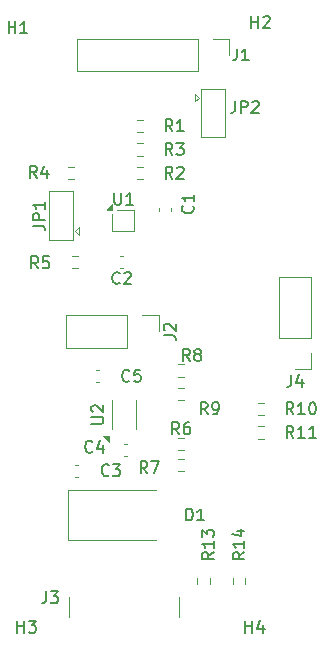
<source format=gbr>
%TF.GenerationSoftware,KiCad,Pcbnew,9.0.3*%
%TF.CreationDate,2025-08-03T17:59:23+05:30*%
%TF.ProjectId,BatteryCharger_FuelGauge_Breakout_Board,42617474-6572-4794-9368-61726765725f,rev?*%
%TF.SameCoordinates,Original*%
%TF.FileFunction,Legend,Top*%
%TF.FilePolarity,Positive*%
%FSLAX46Y46*%
G04 Gerber Fmt 4.6, Leading zero omitted, Abs format (unit mm)*
G04 Created by KiCad (PCBNEW 9.0.3) date 2025-08-03 17:59:23*
%MOMM*%
%LPD*%
G01*
G04 APERTURE LIST*
%ADD10C,0.150000*%
%ADD11C,0.120000*%
G04 APERTURE END LIST*
D10*
X146867319Y-125642857D02*
X146391128Y-125976190D01*
X146867319Y-126214285D02*
X145867319Y-126214285D01*
X145867319Y-126214285D02*
X145867319Y-125833333D01*
X145867319Y-125833333D02*
X145914938Y-125738095D01*
X145914938Y-125738095D02*
X145962557Y-125690476D01*
X145962557Y-125690476D02*
X146057795Y-125642857D01*
X146057795Y-125642857D02*
X146200652Y-125642857D01*
X146200652Y-125642857D02*
X146295890Y-125690476D01*
X146295890Y-125690476D02*
X146343509Y-125738095D01*
X146343509Y-125738095D02*
X146391128Y-125833333D01*
X146391128Y-125833333D02*
X146391128Y-126214285D01*
X146867319Y-124690476D02*
X146867319Y-125261904D01*
X146867319Y-124976190D02*
X145867319Y-124976190D01*
X145867319Y-124976190D02*
X146010176Y-125071428D01*
X146010176Y-125071428D02*
X146105414Y-125166666D01*
X146105414Y-125166666D02*
X146153033Y-125261904D01*
X145867319Y-124357142D02*
X145867319Y-123738095D01*
X145867319Y-123738095D02*
X146248271Y-124071428D01*
X146248271Y-124071428D02*
X146248271Y-123928571D01*
X146248271Y-123928571D02*
X146295890Y-123833333D01*
X146295890Y-123833333D02*
X146343509Y-123785714D01*
X146343509Y-123785714D02*
X146438747Y-123738095D01*
X146438747Y-123738095D02*
X146676842Y-123738095D01*
X146676842Y-123738095D02*
X146772080Y-123785714D01*
X146772080Y-123785714D02*
X146819700Y-123833333D01*
X146819700Y-123833333D02*
X146867319Y-123928571D01*
X146867319Y-123928571D02*
X146867319Y-124214285D01*
X146867319Y-124214285D02*
X146819700Y-124309523D01*
X146819700Y-124309523D02*
X146772080Y-124357142D01*
X148826666Y-83004819D02*
X148826666Y-83719104D01*
X148826666Y-83719104D02*
X148779047Y-83861961D01*
X148779047Y-83861961D02*
X148683809Y-83957200D01*
X148683809Y-83957200D02*
X148540952Y-84004819D01*
X148540952Y-84004819D02*
X148445714Y-84004819D01*
X149826666Y-84004819D02*
X149255238Y-84004819D01*
X149540952Y-84004819D02*
X149540952Y-83004819D01*
X149540952Y-83004819D02*
X149445714Y-83147676D01*
X149445714Y-83147676D02*
X149350476Y-83242914D01*
X149350476Y-83242914D02*
X149255238Y-83290533D01*
X143358333Y-90004819D02*
X143025000Y-89528628D01*
X142786905Y-90004819D02*
X142786905Y-89004819D01*
X142786905Y-89004819D02*
X143167857Y-89004819D01*
X143167857Y-89004819D02*
X143263095Y-89052438D01*
X143263095Y-89052438D02*
X143310714Y-89100057D01*
X143310714Y-89100057D02*
X143358333Y-89195295D01*
X143358333Y-89195295D02*
X143358333Y-89338152D01*
X143358333Y-89338152D02*
X143310714Y-89433390D01*
X143310714Y-89433390D02*
X143263095Y-89481009D01*
X143263095Y-89481009D02*
X143167857Y-89528628D01*
X143167857Y-89528628D02*
X142786905Y-89528628D01*
X144310714Y-90004819D02*
X143739286Y-90004819D01*
X144025000Y-90004819D02*
X144025000Y-89004819D01*
X144025000Y-89004819D02*
X143929762Y-89147676D01*
X143929762Y-89147676D02*
X143834524Y-89242914D01*
X143834524Y-89242914D02*
X143739286Y-89290533D01*
X148666666Y-87454819D02*
X148666666Y-88169104D01*
X148666666Y-88169104D02*
X148619047Y-88311961D01*
X148619047Y-88311961D02*
X148523809Y-88407200D01*
X148523809Y-88407200D02*
X148380952Y-88454819D01*
X148380952Y-88454819D02*
X148285714Y-88454819D01*
X149142857Y-88454819D02*
X149142857Y-87454819D01*
X149142857Y-87454819D02*
X149523809Y-87454819D01*
X149523809Y-87454819D02*
X149619047Y-87502438D01*
X149619047Y-87502438D02*
X149666666Y-87550057D01*
X149666666Y-87550057D02*
X149714285Y-87645295D01*
X149714285Y-87645295D02*
X149714285Y-87788152D01*
X149714285Y-87788152D02*
X149666666Y-87883390D01*
X149666666Y-87883390D02*
X149619047Y-87931009D01*
X149619047Y-87931009D02*
X149523809Y-87978628D01*
X149523809Y-87978628D02*
X149142857Y-87978628D01*
X150095238Y-87550057D02*
X150142857Y-87502438D01*
X150142857Y-87502438D02*
X150238095Y-87454819D01*
X150238095Y-87454819D02*
X150476190Y-87454819D01*
X150476190Y-87454819D02*
X150571428Y-87502438D01*
X150571428Y-87502438D02*
X150619047Y-87550057D01*
X150619047Y-87550057D02*
X150666666Y-87645295D01*
X150666666Y-87645295D02*
X150666666Y-87740533D01*
X150666666Y-87740533D02*
X150619047Y-87883390D01*
X150619047Y-87883390D02*
X150047619Y-88454819D01*
X150047619Y-88454819D02*
X150666666Y-88454819D01*
X149538095Y-132454819D02*
X149538095Y-131454819D01*
X149538095Y-131931009D02*
X150109523Y-131931009D01*
X150109523Y-132454819D02*
X150109523Y-131454819D01*
X151014285Y-131788152D02*
X151014285Y-132454819D01*
X150776190Y-131407200D02*
X150538095Y-132121485D01*
X150538095Y-132121485D02*
X151157142Y-132121485D01*
X131883333Y-93954819D02*
X131550000Y-93478628D01*
X131311905Y-93954819D02*
X131311905Y-92954819D01*
X131311905Y-92954819D02*
X131692857Y-92954819D01*
X131692857Y-92954819D02*
X131788095Y-93002438D01*
X131788095Y-93002438D02*
X131835714Y-93050057D01*
X131835714Y-93050057D02*
X131883333Y-93145295D01*
X131883333Y-93145295D02*
X131883333Y-93288152D01*
X131883333Y-93288152D02*
X131835714Y-93383390D01*
X131835714Y-93383390D02*
X131788095Y-93431009D01*
X131788095Y-93431009D02*
X131692857Y-93478628D01*
X131692857Y-93478628D02*
X131311905Y-93478628D01*
X132740476Y-93288152D02*
X132740476Y-93954819D01*
X132502381Y-92907200D02*
X132264286Y-93621485D01*
X132264286Y-93621485D02*
X132883333Y-93621485D01*
X137970833Y-119109580D02*
X137923214Y-119157200D01*
X137923214Y-119157200D02*
X137780357Y-119204819D01*
X137780357Y-119204819D02*
X137685119Y-119204819D01*
X137685119Y-119204819D02*
X137542262Y-119157200D01*
X137542262Y-119157200D02*
X137447024Y-119061961D01*
X137447024Y-119061961D02*
X137399405Y-118966723D01*
X137399405Y-118966723D02*
X137351786Y-118776247D01*
X137351786Y-118776247D02*
X137351786Y-118633390D01*
X137351786Y-118633390D02*
X137399405Y-118442914D01*
X137399405Y-118442914D02*
X137447024Y-118347676D01*
X137447024Y-118347676D02*
X137542262Y-118252438D01*
X137542262Y-118252438D02*
X137685119Y-118204819D01*
X137685119Y-118204819D02*
X137780357Y-118204819D01*
X137780357Y-118204819D02*
X137923214Y-118252438D01*
X137923214Y-118252438D02*
X137970833Y-118300057D01*
X138304167Y-118204819D02*
X138923214Y-118204819D01*
X138923214Y-118204819D02*
X138589881Y-118585771D01*
X138589881Y-118585771D02*
X138732738Y-118585771D01*
X138732738Y-118585771D02*
X138827976Y-118633390D01*
X138827976Y-118633390D02*
X138875595Y-118681009D01*
X138875595Y-118681009D02*
X138923214Y-118776247D01*
X138923214Y-118776247D02*
X138923214Y-119014342D01*
X138923214Y-119014342D02*
X138875595Y-119109580D01*
X138875595Y-119109580D02*
X138827976Y-119157200D01*
X138827976Y-119157200D02*
X138732738Y-119204819D01*
X138732738Y-119204819D02*
X138447024Y-119204819D01*
X138447024Y-119204819D02*
X138351786Y-119157200D01*
X138351786Y-119157200D02*
X138304167Y-119109580D01*
X149454819Y-125642857D02*
X148978628Y-125976190D01*
X149454819Y-126214285D02*
X148454819Y-126214285D01*
X148454819Y-126214285D02*
X148454819Y-125833333D01*
X148454819Y-125833333D02*
X148502438Y-125738095D01*
X148502438Y-125738095D02*
X148550057Y-125690476D01*
X148550057Y-125690476D02*
X148645295Y-125642857D01*
X148645295Y-125642857D02*
X148788152Y-125642857D01*
X148788152Y-125642857D02*
X148883390Y-125690476D01*
X148883390Y-125690476D02*
X148931009Y-125738095D01*
X148931009Y-125738095D02*
X148978628Y-125833333D01*
X148978628Y-125833333D02*
X148978628Y-126214285D01*
X149454819Y-124690476D02*
X149454819Y-125261904D01*
X149454819Y-124976190D02*
X148454819Y-124976190D01*
X148454819Y-124976190D02*
X148597676Y-125071428D01*
X148597676Y-125071428D02*
X148692914Y-125166666D01*
X148692914Y-125166666D02*
X148740533Y-125261904D01*
X148788152Y-123833333D02*
X149454819Y-123833333D01*
X148407200Y-124071428D02*
X149121485Y-124309523D01*
X149121485Y-124309523D02*
X149121485Y-123690476D01*
X145059580Y-96316666D02*
X145107200Y-96364285D01*
X145107200Y-96364285D02*
X145154819Y-96507142D01*
X145154819Y-96507142D02*
X145154819Y-96602380D01*
X145154819Y-96602380D02*
X145107200Y-96745237D01*
X145107200Y-96745237D02*
X145011961Y-96840475D01*
X145011961Y-96840475D02*
X144916723Y-96888094D01*
X144916723Y-96888094D02*
X144726247Y-96935713D01*
X144726247Y-96935713D02*
X144583390Y-96935713D01*
X144583390Y-96935713D02*
X144392914Y-96888094D01*
X144392914Y-96888094D02*
X144297676Y-96840475D01*
X144297676Y-96840475D02*
X144202438Y-96745237D01*
X144202438Y-96745237D02*
X144154819Y-96602380D01*
X144154819Y-96602380D02*
X144154819Y-96507142D01*
X144154819Y-96507142D02*
X144202438Y-96364285D01*
X144202438Y-96364285D02*
X144250057Y-96316666D01*
X145154819Y-95364285D02*
X145154819Y-95935713D01*
X145154819Y-95649999D02*
X144154819Y-95649999D01*
X144154819Y-95649999D02*
X144297676Y-95745237D01*
X144297676Y-95745237D02*
X144392914Y-95840475D01*
X144392914Y-95840475D02*
X144440533Y-95935713D01*
X131983333Y-101604819D02*
X131650000Y-101128628D01*
X131411905Y-101604819D02*
X131411905Y-100604819D01*
X131411905Y-100604819D02*
X131792857Y-100604819D01*
X131792857Y-100604819D02*
X131888095Y-100652438D01*
X131888095Y-100652438D02*
X131935714Y-100700057D01*
X131935714Y-100700057D02*
X131983333Y-100795295D01*
X131983333Y-100795295D02*
X131983333Y-100938152D01*
X131983333Y-100938152D02*
X131935714Y-101033390D01*
X131935714Y-101033390D02*
X131888095Y-101081009D01*
X131888095Y-101081009D02*
X131792857Y-101128628D01*
X131792857Y-101128628D02*
X131411905Y-101128628D01*
X132888095Y-100604819D02*
X132411905Y-100604819D01*
X132411905Y-100604819D02*
X132364286Y-101081009D01*
X132364286Y-101081009D02*
X132411905Y-101033390D01*
X132411905Y-101033390D02*
X132507143Y-100985771D01*
X132507143Y-100985771D02*
X132745238Y-100985771D01*
X132745238Y-100985771D02*
X132840476Y-101033390D01*
X132840476Y-101033390D02*
X132888095Y-101081009D01*
X132888095Y-101081009D02*
X132935714Y-101176247D01*
X132935714Y-101176247D02*
X132935714Y-101414342D01*
X132935714Y-101414342D02*
X132888095Y-101509580D01*
X132888095Y-101509580D02*
X132840476Y-101557200D01*
X132840476Y-101557200D02*
X132745238Y-101604819D01*
X132745238Y-101604819D02*
X132507143Y-101604819D01*
X132507143Y-101604819D02*
X132411905Y-101557200D01*
X132411905Y-101557200D02*
X132364286Y-101509580D01*
X132666666Y-128954819D02*
X132666666Y-129669104D01*
X132666666Y-129669104D02*
X132619047Y-129811961D01*
X132619047Y-129811961D02*
X132523809Y-129907200D01*
X132523809Y-129907200D02*
X132380952Y-129954819D01*
X132380952Y-129954819D02*
X132285714Y-129954819D01*
X133047619Y-128954819D02*
X133666666Y-128954819D01*
X133666666Y-128954819D02*
X133333333Y-129335771D01*
X133333333Y-129335771D02*
X133476190Y-129335771D01*
X133476190Y-129335771D02*
X133571428Y-129383390D01*
X133571428Y-129383390D02*
X133619047Y-129431009D01*
X133619047Y-129431009D02*
X133666666Y-129526247D01*
X133666666Y-129526247D02*
X133666666Y-129764342D01*
X133666666Y-129764342D02*
X133619047Y-129859580D01*
X133619047Y-129859580D02*
X133571428Y-129907200D01*
X133571428Y-129907200D02*
X133476190Y-129954819D01*
X133476190Y-129954819D02*
X133190476Y-129954819D01*
X133190476Y-129954819D02*
X133095238Y-129907200D01*
X133095238Y-129907200D02*
X133047619Y-129859580D01*
X153607142Y-115954819D02*
X153273809Y-115478628D01*
X153035714Y-115954819D02*
X153035714Y-114954819D01*
X153035714Y-114954819D02*
X153416666Y-114954819D01*
X153416666Y-114954819D02*
X153511904Y-115002438D01*
X153511904Y-115002438D02*
X153559523Y-115050057D01*
X153559523Y-115050057D02*
X153607142Y-115145295D01*
X153607142Y-115145295D02*
X153607142Y-115288152D01*
X153607142Y-115288152D02*
X153559523Y-115383390D01*
X153559523Y-115383390D02*
X153511904Y-115431009D01*
X153511904Y-115431009D02*
X153416666Y-115478628D01*
X153416666Y-115478628D02*
X153035714Y-115478628D01*
X154559523Y-115954819D02*
X153988095Y-115954819D01*
X154273809Y-115954819D02*
X154273809Y-114954819D01*
X154273809Y-114954819D02*
X154178571Y-115097676D01*
X154178571Y-115097676D02*
X154083333Y-115192914D01*
X154083333Y-115192914D02*
X153988095Y-115240533D01*
X155511904Y-115954819D02*
X154940476Y-115954819D01*
X155226190Y-115954819D02*
X155226190Y-114954819D01*
X155226190Y-114954819D02*
X155130952Y-115097676D01*
X155130952Y-115097676D02*
X155035714Y-115192914D01*
X155035714Y-115192914D02*
X154940476Y-115240533D01*
X130238095Y-132454819D02*
X130238095Y-131454819D01*
X130238095Y-131931009D02*
X130809523Y-131931009D01*
X130809523Y-132454819D02*
X130809523Y-131454819D01*
X131190476Y-131454819D02*
X131809523Y-131454819D01*
X131809523Y-131454819D02*
X131476190Y-131835771D01*
X131476190Y-131835771D02*
X131619047Y-131835771D01*
X131619047Y-131835771D02*
X131714285Y-131883390D01*
X131714285Y-131883390D02*
X131761904Y-131931009D01*
X131761904Y-131931009D02*
X131809523Y-132026247D01*
X131809523Y-132026247D02*
X131809523Y-132264342D01*
X131809523Y-132264342D02*
X131761904Y-132359580D01*
X131761904Y-132359580D02*
X131714285Y-132407200D01*
X131714285Y-132407200D02*
X131619047Y-132454819D01*
X131619047Y-132454819D02*
X131333333Y-132454819D01*
X131333333Y-132454819D02*
X131238095Y-132407200D01*
X131238095Y-132407200D02*
X131190476Y-132359580D01*
X143933333Y-115654819D02*
X143600000Y-115178628D01*
X143361905Y-115654819D02*
X143361905Y-114654819D01*
X143361905Y-114654819D02*
X143742857Y-114654819D01*
X143742857Y-114654819D02*
X143838095Y-114702438D01*
X143838095Y-114702438D02*
X143885714Y-114750057D01*
X143885714Y-114750057D02*
X143933333Y-114845295D01*
X143933333Y-114845295D02*
X143933333Y-114988152D01*
X143933333Y-114988152D02*
X143885714Y-115083390D01*
X143885714Y-115083390D02*
X143838095Y-115131009D01*
X143838095Y-115131009D02*
X143742857Y-115178628D01*
X143742857Y-115178628D02*
X143361905Y-115178628D01*
X144790476Y-114654819D02*
X144600000Y-114654819D01*
X144600000Y-114654819D02*
X144504762Y-114702438D01*
X144504762Y-114702438D02*
X144457143Y-114750057D01*
X144457143Y-114750057D02*
X144361905Y-114892914D01*
X144361905Y-114892914D02*
X144314286Y-115083390D01*
X144314286Y-115083390D02*
X144314286Y-115464342D01*
X144314286Y-115464342D02*
X144361905Y-115559580D01*
X144361905Y-115559580D02*
X144409524Y-115607200D01*
X144409524Y-115607200D02*
X144504762Y-115654819D01*
X144504762Y-115654819D02*
X144695238Y-115654819D01*
X144695238Y-115654819D02*
X144790476Y-115607200D01*
X144790476Y-115607200D02*
X144838095Y-115559580D01*
X144838095Y-115559580D02*
X144885714Y-115464342D01*
X144885714Y-115464342D02*
X144885714Y-115226247D01*
X144885714Y-115226247D02*
X144838095Y-115131009D01*
X144838095Y-115131009D02*
X144790476Y-115083390D01*
X144790476Y-115083390D02*
X144695238Y-115035771D01*
X144695238Y-115035771D02*
X144504762Y-115035771D01*
X144504762Y-115035771D02*
X144409524Y-115083390D01*
X144409524Y-115083390D02*
X144361905Y-115131009D01*
X144361905Y-115131009D02*
X144314286Y-115226247D01*
X131562319Y-97983333D02*
X132276604Y-97983333D01*
X132276604Y-97983333D02*
X132419461Y-98030952D01*
X132419461Y-98030952D02*
X132514700Y-98126190D01*
X132514700Y-98126190D02*
X132562319Y-98269047D01*
X132562319Y-98269047D02*
X132562319Y-98364285D01*
X132562319Y-97507142D02*
X131562319Y-97507142D01*
X131562319Y-97507142D02*
X131562319Y-97126190D01*
X131562319Y-97126190D02*
X131609938Y-97030952D01*
X131609938Y-97030952D02*
X131657557Y-96983333D01*
X131657557Y-96983333D02*
X131752795Y-96935714D01*
X131752795Y-96935714D02*
X131895652Y-96935714D01*
X131895652Y-96935714D02*
X131990890Y-96983333D01*
X131990890Y-96983333D02*
X132038509Y-97030952D01*
X132038509Y-97030952D02*
X132086128Y-97126190D01*
X132086128Y-97126190D02*
X132086128Y-97507142D01*
X132562319Y-95983333D02*
X132562319Y-96554761D01*
X132562319Y-96269047D02*
X131562319Y-96269047D01*
X131562319Y-96269047D02*
X131705176Y-96364285D01*
X131705176Y-96364285D02*
X131800414Y-96459523D01*
X131800414Y-96459523D02*
X131848033Y-96554761D01*
X129488095Y-81704819D02*
X129488095Y-80704819D01*
X129488095Y-81181009D02*
X130059523Y-81181009D01*
X130059523Y-81704819D02*
X130059523Y-80704819D01*
X131059523Y-81704819D02*
X130488095Y-81704819D01*
X130773809Y-81704819D02*
X130773809Y-80704819D01*
X130773809Y-80704819D02*
X130678571Y-80847676D01*
X130678571Y-80847676D02*
X130583333Y-80942914D01*
X130583333Y-80942914D02*
X130488095Y-80990533D01*
X144511905Y-122954819D02*
X144511905Y-121954819D01*
X144511905Y-121954819D02*
X144750000Y-121954819D01*
X144750000Y-121954819D02*
X144892857Y-122002438D01*
X144892857Y-122002438D02*
X144988095Y-122097676D01*
X144988095Y-122097676D02*
X145035714Y-122192914D01*
X145035714Y-122192914D02*
X145083333Y-122383390D01*
X145083333Y-122383390D02*
X145083333Y-122526247D01*
X145083333Y-122526247D02*
X145035714Y-122716723D01*
X145035714Y-122716723D02*
X144988095Y-122811961D01*
X144988095Y-122811961D02*
X144892857Y-122907200D01*
X144892857Y-122907200D02*
X144750000Y-122954819D01*
X144750000Y-122954819D02*
X144511905Y-122954819D01*
X146035714Y-122954819D02*
X145464286Y-122954819D01*
X145750000Y-122954819D02*
X145750000Y-121954819D01*
X145750000Y-121954819D02*
X145654762Y-122097676D01*
X145654762Y-122097676D02*
X145559524Y-122192914D01*
X145559524Y-122192914D02*
X145464286Y-122240533D01*
X153607142Y-113954819D02*
X153273809Y-113478628D01*
X153035714Y-113954819D02*
X153035714Y-112954819D01*
X153035714Y-112954819D02*
X153416666Y-112954819D01*
X153416666Y-112954819D02*
X153511904Y-113002438D01*
X153511904Y-113002438D02*
X153559523Y-113050057D01*
X153559523Y-113050057D02*
X153607142Y-113145295D01*
X153607142Y-113145295D02*
X153607142Y-113288152D01*
X153607142Y-113288152D02*
X153559523Y-113383390D01*
X153559523Y-113383390D02*
X153511904Y-113431009D01*
X153511904Y-113431009D02*
X153416666Y-113478628D01*
X153416666Y-113478628D02*
X153035714Y-113478628D01*
X154559523Y-113954819D02*
X153988095Y-113954819D01*
X154273809Y-113954819D02*
X154273809Y-112954819D01*
X154273809Y-112954819D02*
X154178571Y-113097676D01*
X154178571Y-113097676D02*
X154083333Y-113192914D01*
X154083333Y-113192914D02*
X153988095Y-113240533D01*
X155178571Y-112954819D02*
X155273809Y-112954819D01*
X155273809Y-112954819D02*
X155369047Y-113002438D01*
X155369047Y-113002438D02*
X155416666Y-113050057D01*
X155416666Y-113050057D02*
X155464285Y-113145295D01*
X155464285Y-113145295D02*
X155511904Y-113335771D01*
X155511904Y-113335771D02*
X155511904Y-113573866D01*
X155511904Y-113573866D02*
X155464285Y-113764342D01*
X155464285Y-113764342D02*
X155416666Y-113859580D01*
X155416666Y-113859580D02*
X155369047Y-113907200D01*
X155369047Y-113907200D02*
X155273809Y-113954819D01*
X155273809Y-113954819D02*
X155178571Y-113954819D01*
X155178571Y-113954819D02*
X155083333Y-113907200D01*
X155083333Y-113907200D02*
X155035714Y-113859580D01*
X155035714Y-113859580D02*
X154988095Y-113764342D01*
X154988095Y-113764342D02*
X154940476Y-113573866D01*
X154940476Y-113573866D02*
X154940476Y-113335771D01*
X154940476Y-113335771D02*
X154988095Y-113145295D01*
X154988095Y-113145295D02*
X155035714Y-113050057D01*
X155035714Y-113050057D02*
X155083333Y-113002438D01*
X155083333Y-113002438D02*
X155178571Y-112954819D01*
X153416666Y-110624819D02*
X153416666Y-111339104D01*
X153416666Y-111339104D02*
X153369047Y-111481961D01*
X153369047Y-111481961D02*
X153273809Y-111577200D01*
X153273809Y-111577200D02*
X153130952Y-111624819D01*
X153130952Y-111624819D02*
X153035714Y-111624819D01*
X154321428Y-110958152D02*
X154321428Y-111624819D01*
X154083333Y-110577200D02*
X153845238Y-111291485D01*
X153845238Y-111291485D02*
X154464285Y-111291485D01*
X138438095Y-95214819D02*
X138438095Y-96024342D01*
X138438095Y-96024342D02*
X138485714Y-96119580D01*
X138485714Y-96119580D02*
X138533333Y-96167200D01*
X138533333Y-96167200D02*
X138628571Y-96214819D01*
X138628571Y-96214819D02*
X138819047Y-96214819D01*
X138819047Y-96214819D02*
X138914285Y-96167200D01*
X138914285Y-96167200D02*
X138961904Y-96119580D01*
X138961904Y-96119580D02*
X139009523Y-96024342D01*
X139009523Y-96024342D02*
X139009523Y-95214819D01*
X140009523Y-96214819D02*
X139438095Y-96214819D01*
X139723809Y-96214819D02*
X139723809Y-95214819D01*
X139723809Y-95214819D02*
X139628571Y-95357676D01*
X139628571Y-95357676D02*
X139533333Y-95452914D01*
X139533333Y-95452914D02*
X139438095Y-95500533D01*
X141233333Y-118954819D02*
X140900000Y-118478628D01*
X140661905Y-118954819D02*
X140661905Y-117954819D01*
X140661905Y-117954819D02*
X141042857Y-117954819D01*
X141042857Y-117954819D02*
X141138095Y-118002438D01*
X141138095Y-118002438D02*
X141185714Y-118050057D01*
X141185714Y-118050057D02*
X141233333Y-118145295D01*
X141233333Y-118145295D02*
X141233333Y-118288152D01*
X141233333Y-118288152D02*
X141185714Y-118383390D01*
X141185714Y-118383390D02*
X141138095Y-118431009D01*
X141138095Y-118431009D02*
X141042857Y-118478628D01*
X141042857Y-118478628D02*
X140661905Y-118478628D01*
X141566667Y-117954819D02*
X142233333Y-117954819D01*
X142233333Y-117954819D02*
X141804762Y-118954819D01*
X136583333Y-117109580D02*
X136535714Y-117157200D01*
X136535714Y-117157200D02*
X136392857Y-117204819D01*
X136392857Y-117204819D02*
X136297619Y-117204819D01*
X136297619Y-117204819D02*
X136154762Y-117157200D01*
X136154762Y-117157200D02*
X136059524Y-117061961D01*
X136059524Y-117061961D02*
X136011905Y-116966723D01*
X136011905Y-116966723D02*
X135964286Y-116776247D01*
X135964286Y-116776247D02*
X135964286Y-116633390D01*
X135964286Y-116633390D02*
X136011905Y-116442914D01*
X136011905Y-116442914D02*
X136059524Y-116347676D01*
X136059524Y-116347676D02*
X136154762Y-116252438D01*
X136154762Y-116252438D02*
X136297619Y-116204819D01*
X136297619Y-116204819D02*
X136392857Y-116204819D01*
X136392857Y-116204819D02*
X136535714Y-116252438D01*
X136535714Y-116252438D02*
X136583333Y-116300057D01*
X137440476Y-116538152D02*
X137440476Y-117204819D01*
X137202381Y-116157200D02*
X136964286Y-116871485D01*
X136964286Y-116871485D02*
X137583333Y-116871485D01*
X144833333Y-109454819D02*
X144500000Y-108978628D01*
X144261905Y-109454819D02*
X144261905Y-108454819D01*
X144261905Y-108454819D02*
X144642857Y-108454819D01*
X144642857Y-108454819D02*
X144738095Y-108502438D01*
X144738095Y-108502438D02*
X144785714Y-108550057D01*
X144785714Y-108550057D02*
X144833333Y-108645295D01*
X144833333Y-108645295D02*
X144833333Y-108788152D01*
X144833333Y-108788152D02*
X144785714Y-108883390D01*
X144785714Y-108883390D02*
X144738095Y-108931009D01*
X144738095Y-108931009D02*
X144642857Y-108978628D01*
X144642857Y-108978628D02*
X144261905Y-108978628D01*
X145404762Y-108883390D02*
X145309524Y-108835771D01*
X145309524Y-108835771D02*
X145261905Y-108788152D01*
X145261905Y-108788152D02*
X145214286Y-108692914D01*
X145214286Y-108692914D02*
X145214286Y-108645295D01*
X145214286Y-108645295D02*
X145261905Y-108550057D01*
X145261905Y-108550057D02*
X145309524Y-108502438D01*
X145309524Y-108502438D02*
X145404762Y-108454819D01*
X145404762Y-108454819D02*
X145595238Y-108454819D01*
X145595238Y-108454819D02*
X145690476Y-108502438D01*
X145690476Y-108502438D02*
X145738095Y-108550057D01*
X145738095Y-108550057D02*
X145785714Y-108645295D01*
X145785714Y-108645295D02*
X145785714Y-108692914D01*
X145785714Y-108692914D02*
X145738095Y-108788152D01*
X145738095Y-108788152D02*
X145690476Y-108835771D01*
X145690476Y-108835771D02*
X145595238Y-108883390D01*
X145595238Y-108883390D02*
X145404762Y-108883390D01*
X145404762Y-108883390D02*
X145309524Y-108931009D01*
X145309524Y-108931009D02*
X145261905Y-108978628D01*
X145261905Y-108978628D02*
X145214286Y-109073866D01*
X145214286Y-109073866D02*
X145214286Y-109264342D01*
X145214286Y-109264342D02*
X145261905Y-109359580D01*
X145261905Y-109359580D02*
X145309524Y-109407200D01*
X145309524Y-109407200D02*
X145404762Y-109454819D01*
X145404762Y-109454819D02*
X145595238Y-109454819D01*
X145595238Y-109454819D02*
X145690476Y-109407200D01*
X145690476Y-109407200D02*
X145738095Y-109359580D01*
X145738095Y-109359580D02*
X145785714Y-109264342D01*
X145785714Y-109264342D02*
X145785714Y-109073866D01*
X145785714Y-109073866D02*
X145738095Y-108978628D01*
X145738095Y-108978628D02*
X145690476Y-108931009D01*
X145690476Y-108931009D02*
X145595238Y-108883390D01*
X146333333Y-113954819D02*
X146000000Y-113478628D01*
X145761905Y-113954819D02*
X145761905Y-112954819D01*
X145761905Y-112954819D02*
X146142857Y-112954819D01*
X146142857Y-112954819D02*
X146238095Y-113002438D01*
X146238095Y-113002438D02*
X146285714Y-113050057D01*
X146285714Y-113050057D02*
X146333333Y-113145295D01*
X146333333Y-113145295D02*
X146333333Y-113288152D01*
X146333333Y-113288152D02*
X146285714Y-113383390D01*
X146285714Y-113383390D02*
X146238095Y-113431009D01*
X146238095Y-113431009D02*
X146142857Y-113478628D01*
X146142857Y-113478628D02*
X145761905Y-113478628D01*
X146809524Y-113954819D02*
X147000000Y-113954819D01*
X147000000Y-113954819D02*
X147095238Y-113907200D01*
X147095238Y-113907200D02*
X147142857Y-113859580D01*
X147142857Y-113859580D02*
X147238095Y-113716723D01*
X147238095Y-113716723D02*
X147285714Y-113526247D01*
X147285714Y-113526247D02*
X147285714Y-113145295D01*
X147285714Y-113145295D02*
X147238095Y-113050057D01*
X147238095Y-113050057D02*
X147190476Y-113002438D01*
X147190476Y-113002438D02*
X147095238Y-112954819D01*
X147095238Y-112954819D02*
X146904762Y-112954819D01*
X146904762Y-112954819D02*
X146809524Y-113002438D01*
X146809524Y-113002438D02*
X146761905Y-113050057D01*
X146761905Y-113050057D02*
X146714286Y-113145295D01*
X146714286Y-113145295D02*
X146714286Y-113383390D01*
X146714286Y-113383390D02*
X146761905Y-113478628D01*
X146761905Y-113478628D02*
X146809524Y-113526247D01*
X146809524Y-113526247D02*
X146904762Y-113573866D01*
X146904762Y-113573866D02*
X147095238Y-113573866D01*
X147095238Y-113573866D02*
X147190476Y-113526247D01*
X147190476Y-113526247D02*
X147238095Y-113478628D01*
X147238095Y-113478628D02*
X147285714Y-113383390D01*
X142634819Y-107283333D02*
X143349104Y-107283333D01*
X143349104Y-107283333D02*
X143491961Y-107330952D01*
X143491961Y-107330952D02*
X143587200Y-107426190D01*
X143587200Y-107426190D02*
X143634819Y-107569047D01*
X143634819Y-107569047D02*
X143634819Y-107664285D01*
X142730057Y-106854761D02*
X142682438Y-106807142D01*
X142682438Y-106807142D02*
X142634819Y-106711904D01*
X142634819Y-106711904D02*
X142634819Y-106473809D01*
X142634819Y-106473809D02*
X142682438Y-106378571D01*
X142682438Y-106378571D02*
X142730057Y-106330952D01*
X142730057Y-106330952D02*
X142825295Y-106283333D01*
X142825295Y-106283333D02*
X142920533Y-106283333D01*
X142920533Y-106283333D02*
X143063390Y-106330952D01*
X143063390Y-106330952D02*
X143634819Y-106902380D01*
X143634819Y-106902380D02*
X143634819Y-106283333D01*
X136504819Y-114761904D02*
X137314342Y-114761904D01*
X137314342Y-114761904D02*
X137409580Y-114714285D01*
X137409580Y-114714285D02*
X137457200Y-114666666D01*
X137457200Y-114666666D02*
X137504819Y-114571428D01*
X137504819Y-114571428D02*
X137504819Y-114380952D01*
X137504819Y-114380952D02*
X137457200Y-114285714D01*
X137457200Y-114285714D02*
X137409580Y-114238095D01*
X137409580Y-114238095D02*
X137314342Y-114190476D01*
X137314342Y-114190476D02*
X136504819Y-114190476D01*
X136600057Y-113761904D02*
X136552438Y-113714285D01*
X136552438Y-113714285D02*
X136504819Y-113619047D01*
X136504819Y-113619047D02*
X136504819Y-113380952D01*
X136504819Y-113380952D02*
X136552438Y-113285714D01*
X136552438Y-113285714D02*
X136600057Y-113238095D01*
X136600057Y-113238095D02*
X136695295Y-113190476D01*
X136695295Y-113190476D02*
X136790533Y-113190476D01*
X136790533Y-113190476D02*
X136933390Y-113238095D01*
X136933390Y-113238095D02*
X137504819Y-113809523D01*
X137504819Y-113809523D02*
X137504819Y-113190476D01*
X143358333Y-94004819D02*
X143025000Y-93528628D01*
X142786905Y-94004819D02*
X142786905Y-93004819D01*
X142786905Y-93004819D02*
X143167857Y-93004819D01*
X143167857Y-93004819D02*
X143263095Y-93052438D01*
X143263095Y-93052438D02*
X143310714Y-93100057D01*
X143310714Y-93100057D02*
X143358333Y-93195295D01*
X143358333Y-93195295D02*
X143358333Y-93338152D01*
X143358333Y-93338152D02*
X143310714Y-93433390D01*
X143310714Y-93433390D02*
X143263095Y-93481009D01*
X143263095Y-93481009D02*
X143167857Y-93528628D01*
X143167857Y-93528628D02*
X142786905Y-93528628D01*
X143739286Y-93100057D02*
X143786905Y-93052438D01*
X143786905Y-93052438D02*
X143882143Y-93004819D01*
X143882143Y-93004819D02*
X144120238Y-93004819D01*
X144120238Y-93004819D02*
X144215476Y-93052438D01*
X144215476Y-93052438D02*
X144263095Y-93100057D01*
X144263095Y-93100057D02*
X144310714Y-93195295D01*
X144310714Y-93195295D02*
X144310714Y-93290533D01*
X144310714Y-93290533D02*
X144263095Y-93433390D01*
X144263095Y-93433390D02*
X143691667Y-94004819D01*
X143691667Y-94004819D02*
X144310714Y-94004819D01*
X139720833Y-111109580D02*
X139673214Y-111157200D01*
X139673214Y-111157200D02*
X139530357Y-111204819D01*
X139530357Y-111204819D02*
X139435119Y-111204819D01*
X139435119Y-111204819D02*
X139292262Y-111157200D01*
X139292262Y-111157200D02*
X139197024Y-111061961D01*
X139197024Y-111061961D02*
X139149405Y-110966723D01*
X139149405Y-110966723D02*
X139101786Y-110776247D01*
X139101786Y-110776247D02*
X139101786Y-110633390D01*
X139101786Y-110633390D02*
X139149405Y-110442914D01*
X139149405Y-110442914D02*
X139197024Y-110347676D01*
X139197024Y-110347676D02*
X139292262Y-110252438D01*
X139292262Y-110252438D02*
X139435119Y-110204819D01*
X139435119Y-110204819D02*
X139530357Y-110204819D01*
X139530357Y-110204819D02*
X139673214Y-110252438D01*
X139673214Y-110252438D02*
X139720833Y-110300057D01*
X140625595Y-110204819D02*
X140149405Y-110204819D01*
X140149405Y-110204819D02*
X140101786Y-110681009D01*
X140101786Y-110681009D02*
X140149405Y-110633390D01*
X140149405Y-110633390D02*
X140244643Y-110585771D01*
X140244643Y-110585771D02*
X140482738Y-110585771D01*
X140482738Y-110585771D02*
X140577976Y-110633390D01*
X140577976Y-110633390D02*
X140625595Y-110681009D01*
X140625595Y-110681009D02*
X140673214Y-110776247D01*
X140673214Y-110776247D02*
X140673214Y-111014342D01*
X140673214Y-111014342D02*
X140625595Y-111109580D01*
X140625595Y-111109580D02*
X140577976Y-111157200D01*
X140577976Y-111157200D02*
X140482738Y-111204819D01*
X140482738Y-111204819D02*
X140244643Y-111204819D01*
X140244643Y-111204819D02*
X140149405Y-111157200D01*
X140149405Y-111157200D02*
X140101786Y-111109580D01*
X138883333Y-102839580D02*
X138835714Y-102887200D01*
X138835714Y-102887200D02*
X138692857Y-102934819D01*
X138692857Y-102934819D02*
X138597619Y-102934819D01*
X138597619Y-102934819D02*
X138454762Y-102887200D01*
X138454762Y-102887200D02*
X138359524Y-102791961D01*
X138359524Y-102791961D02*
X138311905Y-102696723D01*
X138311905Y-102696723D02*
X138264286Y-102506247D01*
X138264286Y-102506247D02*
X138264286Y-102363390D01*
X138264286Y-102363390D02*
X138311905Y-102172914D01*
X138311905Y-102172914D02*
X138359524Y-102077676D01*
X138359524Y-102077676D02*
X138454762Y-101982438D01*
X138454762Y-101982438D02*
X138597619Y-101934819D01*
X138597619Y-101934819D02*
X138692857Y-101934819D01*
X138692857Y-101934819D02*
X138835714Y-101982438D01*
X138835714Y-101982438D02*
X138883333Y-102030057D01*
X139264286Y-102030057D02*
X139311905Y-101982438D01*
X139311905Y-101982438D02*
X139407143Y-101934819D01*
X139407143Y-101934819D02*
X139645238Y-101934819D01*
X139645238Y-101934819D02*
X139740476Y-101982438D01*
X139740476Y-101982438D02*
X139788095Y-102030057D01*
X139788095Y-102030057D02*
X139835714Y-102125295D01*
X139835714Y-102125295D02*
X139835714Y-102220533D01*
X139835714Y-102220533D02*
X139788095Y-102363390D01*
X139788095Y-102363390D02*
X139216667Y-102934819D01*
X139216667Y-102934819D02*
X139835714Y-102934819D01*
X150038095Y-81254819D02*
X150038095Y-80254819D01*
X150038095Y-80731009D02*
X150609523Y-80731009D01*
X150609523Y-81254819D02*
X150609523Y-80254819D01*
X151038095Y-80350057D02*
X151085714Y-80302438D01*
X151085714Y-80302438D02*
X151180952Y-80254819D01*
X151180952Y-80254819D02*
X151419047Y-80254819D01*
X151419047Y-80254819D02*
X151514285Y-80302438D01*
X151514285Y-80302438D02*
X151561904Y-80350057D01*
X151561904Y-80350057D02*
X151609523Y-80445295D01*
X151609523Y-80445295D02*
X151609523Y-80540533D01*
X151609523Y-80540533D02*
X151561904Y-80683390D01*
X151561904Y-80683390D02*
X150990476Y-81254819D01*
X150990476Y-81254819D02*
X151609523Y-81254819D01*
X143358333Y-92004819D02*
X143025000Y-91528628D01*
X142786905Y-92004819D02*
X142786905Y-91004819D01*
X142786905Y-91004819D02*
X143167857Y-91004819D01*
X143167857Y-91004819D02*
X143263095Y-91052438D01*
X143263095Y-91052438D02*
X143310714Y-91100057D01*
X143310714Y-91100057D02*
X143358333Y-91195295D01*
X143358333Y-91195295D02*
X143358333Y-91338152D01*
X143358333Y-91338152D02*
X143310714Y-91433390D01*
X143310714Y-91433390D02*
X143263095Y-91481009D01*
X143263095Y-91481009D02*
X143167857Y-91528628D01*
X143167857Y-91528628D02*
X142786905Y-91528628D01*
X143691667Y-91004819D02*
X144310714Y-91004819D01*
X144310714Y-91004819D02*
X143977381Y-91385771D01*
X143977381Y-91385771D02*
X144120238Y-91385771D01*
X144120238Y-91385771D02*
X144215476Y-91433390D01*
X144215476Y-91433390D02*
X144263095Y-91481009D01*
X144263095Y-91481009D02*
X144310714Y-91576247D01*
X144310714Y-91576247D02*
X144310714Y-91814342D01*
X144310714Y-91814342D02*
X144263095Y-91909580D01*
X144263095Y-91909580D02*
X144215476Y-91957200D01*
X144215476Y-91957200D02*
X144120238Y-92004819D01*
X144120238Y-92004819D02*
X143834524Y-92004819D01*
X143834524Y-92004819D02*
X143739286Y-91957200D01*
X143739286Y-91957200D02*
X143691667Y-91909580D01*
D11*
%TO.C,R13*%
X145477500Y-128342224D02*
X145477500Y-127832776D01*
X146522500Y-128342224D02*
X146522500Y-127832776D01*
%TO.C,J1*%
X135240000Y-82170000D02*
X135240000Y-84930000D01*
X145510000Y-82170000D02*
X135240000Y-82170000D01*
X145510000Y-82170000D02*
X145510000Y-84930000D01*
X145510000Y-84930000D02*
X135240000Y-84930000D01*
X146780000Y-82170000D02*
X148160000Y-82170000D01*
X148160000Y-82170000D02*
X148160000Y-83550000D01*
%TO.C,R1*%
X140867224Y-89027500D02*
X140357776Y-89027500D01*
X140867224Y-90072500D02*
X140357776Y-90072500D01*
%TO.C,JP2*%
X145300000Y-86850000D02*
X145300000Y-87450000D01*
X145600000Y-87150000D02*
X145300000Y-86850000D01*
X145600000Y-87150000D02*
X145300000Y-87450000D01*
X145800000Y-86400000D02*
X147800000Y-86400000D01*
X145800000Y-90500000D02*
X145800000Y-86400000D01*
X147800000Y-86400000D02*
X147800000Y-90500000D01*
X147800000Y-90500000D02*
X145800000Y-90500000D01*
%TO.C,R4*%
X135042224Y-93027500D02*
X134532776Y-93027500D01*
X135042224Y-94072500D02*
X134532776Y-94072500D01*
%TO.C,C3*%
X135396267Y-118240000D02*
X135103733Y-118240000D01*
X135396267Y-119260000D02*
X135103733Y-119260000D01*
%TO.C,R14*%
X148477500Y-128342224D02*
X148477500Y-127832776D01*
X149522500Y-128342224D02*
X149522500Y-127832776D01*
%TO.C,C1*%
X142190000Y-96796267D02*
X142190000Y-96503733D01*
X143210000Y-96796267D02*
X143210000Y-96503733D01*
%TO.C,R5*%
X134832776Y-100527500D02*
X135342224Y-100527500D01*
X134832776Y-101572500D02*
X135342224Y-101572500D01*
%TO.C,J3*%
X134580000Y-131150000D02*
X134580000Y-129450000D01*
X143920000Y-131150000D02*
X143920000Y-129450000D01*
%TO.C,R11*%
X150582776Y-114977500D02*
X151092224Y-114977500D01*
X150582776Y-116022500D02*
X151092224Y-116022500D01*
%TO.C,R6*%
X143832776Y-115977500D02*
X144342224Y-115977500D01*
X143832776Y-117022500D02*
X144342224Y-117022500D01*
%TO.C,JP1*%
X132907500Y-95100000D02*
X134907500Y-95100000D01*
X132907500Y-99200000D02*
X132907500Y-95100000D01*
X134907500Y-95100000D02*
X134907500Y-99200000D01*
X134907500Y-99200000D02*
X132907500Y-99200000D01*
X135107500Y-98450000D02*
X135407500Y-98150000D01*
X135107500Y-98450000D02*
X135407500Y-98750000D01*
X135407500Y-98750000D02*
X135407500Y-98150000D01*
%TO.C,D1*%
X134540000Y-120350000D02*
X134540000Y-124650000D01*
X134540000Y-120350000D02*
X141950000Y-120350000D01*
X134540000Y-124650000D02*
X141950000Y-124650000D01*
%TO.C,R10*%
X150582776Y-112977500D02*
X151092224Y-112977500D01*
X150582776Y-114022500D02*
X151092224Y-114022500D01*
%TO.C,J4*%
X152370000Y-107520000D02*
X152370000Y-102330000D01*
X155130000Y-102330000D02*
X152370000Y-102330000D01*
X155130000Y-107520000D02*
X152370000Y-107520000D01*
X155130000Y-107520000D02*
X155130000Y-102330000D01*
X155130000Y-108790000D02*
X155130000Y-110170000D01*
X155130000Y-110170000D02*
X153750000Y-110170000D01*
%TO.C,U1*%
X138280000Y-98450000D02*
X138280000Y-97045000D01*
X138675000Y-96650000D02*
X140120000Y-96650000D01*
X140120000Y-96650000D02*
X140120000Y-98450000D01*
X140120000Y-98450000D02*
X138280000Y-98450000D01*
X138280000Y-96650000D02*
X137780000Y-96650000D01*
X138280000Y-96150000D01*
X138280000Y-96650000D01*
G36*
X138280000Y-96650000D02*
G01*
X137780000Y-96650000D01*
X138280000Y-96150000D01*
X138280000Y-96650000D01*
G37*
%TO.C,R7*%
X143832776Y-117727500D02*
X144342224Y-117727500D01*
X143832776Y-118772500D02*
X144342224Y-118772500D01*
%TO.C,C4*%
X139241233Y-116490000D02*
X139533767Y-116490000D01*
X139241233Y-117510000D02*
X139533767Y-117510000D01*
%TO.C,R8*%
X144342224Y-109727500D02*
X143832776Y-109727500D01*
X144342224Y-110772500D02*
X143832776Y-110772500D01*
%TO.C,R9*%
X143832776Y-111727500D02*
X144342224Y-111727500D01*
X143832776Y-112772500D02*
X144342224Y-112772500D01*
%TO.C,J2*%
X134340000Y-105570000D02*
X134340000Y-108330000D01*
X139530000Y-105570000D02*
X134340000Y-105570000D01*
X139530000Y-105570000D02*
X139530000Y-108330000D01*
X139530000Y-108330000D02*
X134340000Y-108330000D01*
X140800000Y-105570000D02*
X142180000Y-105570000D01*
X142180000Y-105570000D02*
X142180000Y-106950000D01*
%TO.C,U2*%
X138250000Y-115250000D02*
X138250000Y-112750000D01*
X140250000Y-115250000D02*
X140250000Y-112750000D01*
X137950000Y-116280000D02*
X137470000Y-115800000D01*
X137950000Y-115800000D01*
X137950000Y-116280000D01*
G36*
X137950000Y-116280000D02*
G01*
X137470000Y-115800000D01*
X137950000Y-115800000D01*
X137950000Y-116280000D01*
G37*
%TO.C,R2*%
X140867224Y-93027500D02*
X140357776Y-93027500D01*
X140867224Y-94072500D02*
X140357776Y-94072500D01*
%TO.C,C5*%
X137146267Y-110240000D02*
X136853733Y-110240000D01*
X137146267Y-111260000D02*
X136853733Y-111260000D01*
%TO.C,C2*%
X139196267Y-100540000D02*
X138903733Y-100540000D01*
X139196267Y-101560000D02*
X138903733Y-101560000D01*
%TO.C,R3*%
X140867224Y-91027500D02*
X140357776Y-91027500D01*
X140867224Y-92072500D02*
X140357776Y-92072500D01*
%TD*%
M02*

</source>
